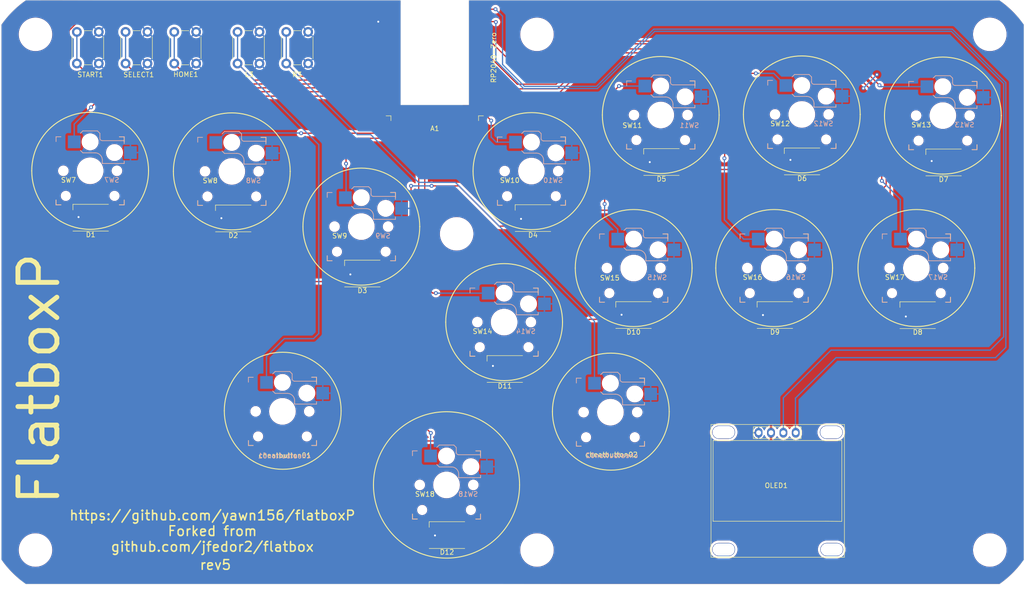
<source format=kicad_pcb>
(kicad_pcb (version 20221018) (generator pcbnew)
  (layers (0 "F.Cu" signal) (31 "B.Cu" signal) (34 "B.Paste" user) (35 "F.Paste" user) (36 "B.SilkS" user "B.Silkscreen") (37 "F.SilkS" user "F.Silkscreen") (38 "B.Mask" user) (39 "F.Mask" user) (44 "Edge.Cuts" user))
  (net 0 "")
  (net 1 "GND")
  (net 2 "LEFT")
  (net 3 "DOWN")
  (net 4 "RIGHT")
  (net 5 "UP")
  (net 6 "L1")
  (net 7 "R1")
  (net 8 "TRIANGLE")
  (net 9 "SQUARE")
  (net 10 "CIRCLE")
  (net 11 "CROSS")
  (net 12 "R2")
  (net 13 "L2")
  (net 14 "OPT1")
  (net 15 "OPT2")
  (net 16 "OPT3")
  (net 17 "OPT4")
  (net 18 "OPT5")
  (net 19 "SDA")
  (net 20 "SCL")
  (net 21 "VINPUT")
  (net 22 "5V")
  (net 23 "LED2")
  (net 24 "LED1")
  (net 25 "LED3")
  (net 26 "LED4")
  (net 27 "LED5")
  (net 28 "LED6")
  (net 29 "LED7")
  (net 30 "LED8")
  (net 31 "LED9")
  (net 32 "LED10")
  (net 33 "LED11")
  (net 34 "LED12")
  (footprint "kaihl reversible:Kailh_socket_PG1350_reversible" (layer "F.Cu") (at 87.32 65.17 180)
    (fp_text reference "SW8")
    (fp_text value "SW_Push")
  )
  (footprint "kaihl reversible:Kailh_socket_PG1350_reversible" (layer "F.Cu") (at 113.92 76.52 180)
    (fp_text reference "SW9")
    (fp_text value "SW_Push")
  )
  (footprint "kaihl reversible:Kailh_socket_PG1350_reversible" (layer "F.Cu") (at 131.42 129.62 180)
    (fp_text reference "SW18")
    (fp_text value "SW_Push")
  )
  (footprint "kaihl reversible:Kailh_socket_PG1350_reversible" (layer "F.Cu") (at 148.86 65.11 180)
    (fp_text reference "SW10")
    (fp_text value "SW_Push")
  )
  (footprint "kaihl reversible:Kailh_socket_PG1350_reversible" (layer "F.Cu") (at 175.42 53.58 180)
    (fp_text reference "SW11")
    (fp_text value "SW_Push")
  )
  (footprint "kaihl reversible:Kailh_socket_PG1350_reversible" (layer "F.Cu") (at 204.39 53.46 180)
    (fp_text reference "SW12")
    (fp_text value "SW_Push")
  )
  (footprint "kaihl reversible:Kailh_socket_PG1350_reversible" (layer "F.Cu") (at 233.36 53.7 180)
    (fp_text reference "SW13")
    (fp_text value "SW_Push")
  )
  (footprint "kaihl reversible:Kailh_socket_PG1350_reversible" (layer "F.Cu") (at 143.25 96.15 180)
    (fp_text reference "SW14")
    (fp_text value "SW_Push")
  )
  (footprint "kaihl reversible:Kailh_socket_PG1350_reversible" (layer "F.Cu") (at 169.86 85.04 180)
    (fp_text reference "SW15")
    (fp_text value "SW_Push")
  )
  (footprint "kaihl reversible:Kailh_socket_PG1350_reversible" (layer "F.Cu") (at 198.71 85.04 180)
    (fp_text reference "SW16")
    (fp_text value "SW_Push")
  )
  (footprint "kaihl reversible:Kailh_socket_PG1350_reversible" (layer "F.Cu") (at 227.92 85.04 180)
    (fp_text reference "SW17")
    (fp_text value "SW_Push")
  )
  (footprint "MountingHole:MountingHole_6.4mm_M6" (layer "F.Cu") (at 47 37)
    (fp_text reference "H1" hide)
    (fp_text value "MountingHole")
  )
  (footprint "MountingHole:MountingHole_6.4mm_M6" (layer "F.Cu") (at 47 143)
    (fp_text reference "H4" hide)
    (fp_text value "MountingHole")
  )
  (footprint "MountingHole:MountingHole_6.4mm_M6" (layer "F.Cu") (at 243 143)
    (fp_text reference "H6" hide)
    (fp_text value "MountingHole")
  )
  (footprint "MountingHole:MountingHole_6.4mm_M6" (layer "F.Cu") (at 243 37)
    (fp_text reference "H3" hide)
    (fp_text value "MountingHole")
  )
  (footprint "kaihl reversible:Kailh_socket_PG1350_reversible" (layer "F.Cu") (at 58.225 65.05 180)
    (fp_text reference "SW7")
    (fp_text value "SW_Push")
  )
  (footprint "MountingHole:MountingHole_6.4mm_M6" (layer "F.Cu") (at 150 37)
    (fp_text reference "H2" hide)
    (fp_text value "MountingHole")
  )
  (footprint "Button_Switch_THT:SW_PUSH_6mm_H5mm" (layer "F.Cu") (at 88.5 43 90)
    (fp_text reference "L3")
    (fp_text value "SW_Push")
  )
  (footprint "Button_Switch_THT:SW_PUSH_6mm_H5mm" (layer "F.Cu") (at 65.5 43 90)
    (fp_text reference "SELECT1")
    (fp_text value "SW_Push")
  )
  (footprint "Button_Switch_THT:SW_PUSH_6mm_H5mm" (layer "F.Cu") (at 98.5 43 90)
    (fp_text reference "R3")
    (fp_text value "SW_Push")
  )
  (footprint "Button_Switch_THT:SW_PUSH_6mm_H5mm" (layer "F.Cu") (at 55.5 43 90)
    (fp_text reference "START1")
    (fp_text value "SW_Push")
  )
  (footprint "Button_Switch_THT:SW_PUSH_6mm_H5mm" (layer "F.Cu") (at 75.5 43 90)
    (fp_text reference "HOME1")
    (fp_text value "SW_Push")
  )
  (footprint "MountingHole:MountingHole_6.4mm_M6" (layer "F.Cu") (at 133.5 78)
    (fp_text reference "H7" hide)
    (fp_text value "MountingHole")
  )
  (footprint "MountingHole:MountingHole_6.4mm_M6" (layer "F.Cu") (at 150 143)
    (fp_text reference "H5" hide)
    (fp_text value "MountingHole")
  )
  (footprint "LED_SMD:LED_WS2812B_PLCC4_5.0x5.0mm_P3.2mm" (layer "F.Cu") (at 175.56 63.24 180)
    (fp_text reference "D5")
    (fp_text value "WS2812B")
  )
  (footprint "kaihl reversible:Kailh_socket_PG1350_reversible" (layer "F.Cu") (at 97.72 114.5 180)
    (fp_text reference "cheatbutton01")
    (fp_text value "SW_Push")
  )
  (footprint "LED_SMD:LED_WS2812B_PLCC4_5.0x5.0mm_P3.2mm" (layer "F.Cu") (at 169.83 94.7 180)
    (fp_text reference "D10")
    (fp_text value "WS2812B" hide)
  )
  (footprint "LED_SMD:LED_WS2812B_PLCC4_5.0x5.0mm_P3.2mm" (layer "F.Cu") (at 198.86 94.7 180)
    (fp_text reference "D9")
    (fp_text value "WS2812B")
  )
  (footprint "LED_SMD:LED_WS2812B_PLCC4_5.0x5.0mm_P3.2mm" (layer "F.Cu") (at 143.39 105.79 180)
    (fp_text reference "D11")
    (fp_text value "WS2812B")
  )
  (footprint "RP2040-Zero:RP2040-Zero" (layer "F.Cu") (at 129 42)
    (fp_text reference "A1")
    (fp_text value "RP2040-Zero")
  )
  (footprint "LED_SMD:LED_WS2812B_PLCC4_5.0x5.0mm_P3.2mm" (layer "F.Cu") (at 204.44 63.12 180)
    (fp_text reference "D6")
    (fp_text value "WS2812B")
  )
  (footprint "kaihl reversible:Kailh_socket_PG1350_reversible" (layer "F.Cu") (at 165.08 114.67 180)
    (fp_text reference "cheatbutton02")
    (fp_text value "SW_Push")
  )
  (footprint "LED_SMD:LED_WS2812B_PLCC4_5.0x5.0mm_P3.2mm" (layer "F.Cu") (at 233.51 63.33 180)
    (fp_text reference "D7")
    (fp_text value "WS2812B")
  )
  (footprint "LED_SMD:LED_WS2812B_PLCC4_5.0x5.0mm_P3.2mm" (layer "F.Cu") (at 131.51 139.93 180)
    (fp_text reference "D12")
    (fp_text value "WS2812B")
  )
  (footprint "LED_SMD:LED_WS2812B_PLCC4_5.0x5.0mm_P3.2mm" (layer "F.Cu") (at 228.19 94.73 180)
    (fp_text reference "D8")
    (fp_text value "WS2812B")
  )
  (footprint "LED_SMD:LED_WS2812B_PLCC4_5.0x5.0mm_P3.2mm" (layer "F.Cu") (at 114.13 86.17 180)
    (fp_text reference "D3")
    (fp_text value "WS2812B")
  )
  (footprint "LED_SMD:LED_WS2812B_PLCC4_5.0x5.0mm_P3.2mm" (layer "F.Cu") (at 58.34 74.69 180)
    (fp_text reference "D1")
    (fp_text value "WS2812B" hide)
  )
  (footprint "LED_SMD:LED_WS2812B_PLCC4_5.0x5.0mm_P3.2mm" (layer "F.Cu") (at 87.62 74.84 180)
    (fp_text reference "D2")
    (fp_text value "WS2812B")
  )
  (footprint "SSD1306:128x64OLED" (layer "F.Cu") (at 199.14 129.49)
    (fp_text reference "OLED1")
    (fp_text value "SSD1306")
  )
  (footprint "LED_SMD:LED_WS2812B_PLCC4_5.0x5.0mm_P3.2mm" (layer "F.Cu") (at 149.17 74.77 180)
    (fp_text reference "D4")
    (fp_text value "WS2812B" hide)
  )
  (gr_line (start 216.382567 53.463258) (end 216.382567 53.463258) (stroke (width 0.2)) (layer "F.SilkS"))
  (gr_line (start 245.355098 53.699766) (end 245.355098 53.699766) (stroke (width 0.2)) (layer "F.SilkS"))
  (gr_curve (pts (xy 75.320345 65.17053) (xy 75.320345 60.873617) (xy 77.606529 56.903105) (xy 81.317714 54.754648)) (stroke (width 0.2)) (layer "F.SilkS"))
  (gr_curve (pts (xy 103.77 103.96) (xy 107.481185 106.108455) (xy 109.767369 110.078967) (xy 109.767369 114.37588)) (stroke (width 0.2)) (layer "F.SilkS"))
  (gr_curve (pts (xy 91.775262 124.791762) (xy 88.064078 122.643306) (xy 85.777893 118.672794) (xy 85.777893 114.37588)) (stroke (width 0.2)) (layer "F.SilkS"))
  (gr_curve (pts (xy 93.312452 54.754648) (xy 97.023636 56.903105) (xy 99.309821 60.873617) (xy 99.309821 65.17053)) (stroke (width 0.2)) (layer "F.SilkS"))
  (gr_curve (pts (xy 181.412661 63.9974) (xy 177.701476 66.145857) (xy 173.129108 66.145857) (xy 169.417923 63.9974)) (stroke (width 0.2)) (layer "F.SilkS"))
  (gr_curve (pts (xy 233.918028 74.621539) (xy 237.629213 76.769996) (xy 239.915397 80.740507) (xy 239.915397 85.037421)) (stroke (width 0.2)) (layer "F.SilkS"))
  (gr_line (start 187.41003 53.581518) (end 187.41003 53.581518) (stroke (width 0.2)) (layer "F.SilkS"))
  (gr_curve (pts (xy 233.918028 95.453303) (xy 230.206843 97.601759) (xy 225.634475 97.601759) (xy 221.92329 95.453303)) (stroke (width 0.2)) (layer "F.SilkS"))
  (gr_curve (pts (xy 123.913745 142.649412) (xy 119.271238 139.9618) (xy 116.411337 134.994889) (xy 116.411337 129.619665)) (stroke (width 0.2)) (layer "F.SilkS"))
  (gr_curve (pts (xy 204.70893 95.453303) (xy 200.997745 97.601759) (xy 196.425377 97.601759) (xy 192.714192 95.453303)) (stroke (width 0.2)) (layer "F.SilkS"))
  (gr_curve (pts (xy 192.714192 74.621539) (xy 196.425377 72.473082) (xy 200.997745 72.473082) (xy 204.70893 74.621539)) (stroke (width 0.2)) (layer "F.SilkS"))
  (gr_curve (pts (xy 239.915397 85.037421) (xy 239.915397 89.334334) (xy 237.629213 93.304846) (xy 233.918028 95.453303)) (stroke (width 0.2)) (layer "F.SilkS"))
  (gr_curve (pts (xy 142.865684 75.530868) (xy 139.154499 73.382411) (xy 136.868315 69.4119) (xy 136.868315 65.114986)) (stroke (width 0.2)) (layer "F.SilkS"))
  (gr_curve (pts (xy 210.706299 85.037421) (xy 210.706299 89.334334) (xy 208.420115 93.304846) (xy 204.70893 95.453303)) (stroke (width 0.2)) (layer "F.SilkS"))
  (gr_curve (pts (xy 153.167893 114.554118) (xy 153.167893 110.257205) (xy 155.454078 106.286693) (xy 159.165262 104.138238)) (stroke (width 0.2)) (layer "F.SilkS"))
  (gr_curve (pts (xy 109.767369 114.37588) (xy 109.767369 118.672794) (xy 107.481185 122.643306) (xy 103.77 124.791762)) (stroke (width 0.2)) (layer "F.SilkS"))
  (gr_curve (pts (xy 85.777893 114.37588) (xy 85.777893 110.078967) (xy 88.064078 106.108455) (xy 91.775262 103.96)) (stroke (width 0.2)) (layer "F.SilkS"))
  (gr_curve (pts (xy 210.385198 43.047376) (xy 214.096383 45.195832) (xy 216.382567 49.166344) (xy 216.382567 53.463258)) (stroke (width 0.2)) (layer "F.SilkS"))
  (gr_line (start 181.852021 85.037421) (end 181.852021 85.037421) (stroke (width 0.2)) (layer "F.SilkS"))
  (gr_curve (pts (xy 221.92329 95.453303) (xy 218.212105 93.304846) (xy 215.925921 89.334334) (xy 215.925921 85.037421)) (stroke (width 0.2)) (layer "F.SilkS"))
  (gr_curve (pts (xy 93.312452 75.586412) (xy 89.601267 77.734869) (xy 85.028899 77.734869) (xy 81.317714 75.586412)) (stroke (width 0.2)) (layer "F.SilkS"))
  (gr_curve (pts (xy 175.854652 95.453303) (xy 172.143467 97.601759) (xy 167.571099 97.601759) (xy 163.859914 95.453303)) (stroke (width 0.2)) (layer "F.SilkS"))
  (gr_line (start 239.915397 85.037421) (end 239.915397 85.037421) (stroke (width 0.2)) (layer "F.SilkS"))
  (gr_curve (pts (xy 186.716823 85.037421) (xy 186.716823 80.740507) (xy 189.003008 76.769996) (xy 192.714192 74.621539)) (stroke (width 0.2)) (layer "F.SilkS"))
  (gr_curve (pts (xy 138.918561 142.649412) (xy 134.276055 145.337024) (xy 128.556251 145.337024) (xy 123.913745 142.649412)) (stroke (width 0.2)) (layer "F.SilkS"))
  (gr_curve (pts (xy 169.417923 43.165636) (xy 173.129108 41.01718) (xy 177.701476 41.01718) (xy 181.412661 43.165636)) (stroke (width 0.2)) (layer "F.SilkS"))
  (gr_curve (pts (xy 64.221646 54.636398) (xy 67.932831 56.784855) (xy 70.219015 60.755367) (xy 70.219015 65.05228)) (stroke (width 0.2)) (layer "F.SilkS"))
  (gr_curve (pts (xy 91.775262 103.96) (xy 95.486447 101.811542) (xy 100.058815 101.811542) (xy 103.77 103.96)) (stroke (width 0.2)) (layer "F.SilkS"))
  (gr_curve (pts (xy 245.355098 53.699766) (xy 245.355097 60.342218) (xy 239.98487 65.72699) (xy 233.36036 65.72699)) (stroke (width 0.2)) (layer "F.SilkS"))
  (gr_curve (pts (xy 160.857791 65.114986) (xy 160.857791 69.4119) (xy 158.571607 73.382411) (xy 154.860422 75.530868)) (stroke (width 0.2)) (layer "F.SilkS"))
  (gr_curve (pts (xy 52.226909 54.636398) (xy 55.938093 52.487941) (xy 60.510462 52.487941) (xy 64.221646 54.636398)) (stroke (width 0.2)) (layer "F.SilkS"))
  (gr_curve (pts (xy 131.255108 96.153426) (xy 131.255108 91.856513) (xy 133.541293 87.886001) (xy 137.252477 85.737546)) (stroke (width 0.2)) (layer "F.SilkS"))
  (gr_curve (pts (xy 192.393091 53.463258) (xy 192.393091 49.166344) (xy 194.679275 45.195832) (xy 198.39046 43.047376)) (stroke (width 0.2)) (layer "F.SilkS"))
  (gr_curve (pts (xy 159.165262 104.138238) (xy 162.876447 101.98978) (xy 167.448815 101.98978) (xy 171.16 104.138238)) (stroke (width 0.2)) (layer "F.SilkS"))
  (gr_curve (pts (xy 119.919904 86.938924) (xy 116.208719 89.08738) (xy 111.636351 89.08738) (xy 107.925166 86.938924)) (stroke (width 0.2)) (layer "F.SilkS"))
  (gr_curve (pts (xy 101.927798 76.523042) (xy 101.927798 72.226128) (xy 104.213982 68.255617) (xy 107.925166 66.10716)) (stroke (width 0.2)) (layer "F.SilkS"))
  (gr_curve (pts (xy 137.252477 85.737546) (xy 140.963662 83.589088) (xy 145.53603 83.589088) (xy 149.247215 85.737546)) (stroke (width 0.2)) (layer "F.SilkS"))
  (gr_curve (pts (xy 154.860422 54.699104) (xy 158.571607 56.847561) (xy 160.857791 60.818073) (xy 160.857791 65.114986)) (stroke (width 0.2)) (layer "F.SilkS"))
  (gr_curve (pts (xy 221.92329 74.621539) (xy 225.634475 72.473082) (xy 230.206843 72.473082) (xy 233.918028 74.621539)) (stroke (width 0.2)) (layer "F.SilkS"))
  (gr_curve (pts (xy 103.77 124.791762) (xy 100.058815 126.940219) (xy 95.486447 126.940219) (xy 91.775262 124.791762)) (stroke (width 0.2)) (layer "F.SilkS"))
  (gr_line (start 155.244584 96.153426) (end 155.244584 96.153426) (stroke (width 0.2)) (layer "F.SilkS"))
  (gr_curve (pts (xy 181.852021 85.037421) (xy 181.852021 89.334334) (xy 179.565837 93.304846) (xy 175.854652 95.453303)) (stroke (width 0.2)) (layer "F.SilkS"))
  (gr_curve (pts (xy 138.918561 116.589918) (xy 143.561067 119.277529) (xy 146.420969 124.244441) (xy 146.420969 129.619665)) (stroke (width 0.2)) (layer "F.SilkS"))
  (gr_curve (pts (xy 64.221646 75.468162) (xy 60.510462 77.616619) (xy 55.938093 77.616619) (xy 52.226909 75.468162)) (stroke (width 0.2)) (layer "F.SilkS"))
  (gr_curve (pts (xy 227.362991 43.283884) (xy 231.074176 41.135427) (xy 235.646544 41.135427) (xy 239.357729 43.283884)) (stroke (width 0.2)) (layer "F.SilkS"))
  (gr_curve (pts (xy 169.417923 63.9974) (xy 165.706739 61.848943) (xy 163.420555 57.878432) (xy 163.420555 53.581518)) (stroke (width 0.2)) (layer "F.SilkS"))
  (gr_curve (pts (xy 116.411337 129.619665) (xy 116.411337 124.244441) (xy 119.271238 119.277529) (xy 123.913745 116.589918)) (stroke (width 0.2)) (layer "F.SilkS"))
  (gr_line (start 160.857791 65.114986) (end 160.857791 65.114986) (stroke (width 0.2)) (layer "F.SilkS"))
  (gr_curve (pts (xy 149.247215 85.737546) (xy 152.9584 87.886001) (xy 155.244584 91.856513) (xy 155.244584 96.153426)) (stroke (width 0.2)) (layer "F.SilkS"))
  (gr_curve (pts (xy 215.925921 85.037421) (xy 215.925921 80.740507) (xy 218.212105 76.769996) (xy 221.92329 74.621539)) (stroke (width 0.2)) (layer "F.SilkS"))
  (gr_curve (pts (xy 163.859914 95.453303) (xy 160.148729 93.304846) (xy 157.862545 89.334334) (xy 157.862545 85.037421)) (stroke (width 0.2)) (layer "F.SilkS"))
  (gr_curve (pts (xy 181.412661 43.165636) (xy 185.123846 45.314093) (xy 187.41003 49.284605) (xy 187.41003 53.581518)) (stroke (width 0.2)) (layer "F.SilkS"))
  (gr_curve (pts (xy 163.859914 74.621539) (xy 167.571099 72.473082) (xy 172.143467 72.473082) (xy 175.854652 74.621539)) (stroke (width 0.2)) (layer "F.SilkS"))
  (gr_curve (pts (xy 239.357729 43.283884) (xy 243.068914 45.432341) (xy 245.355098 49.402853) (xy 245.355098 53.699766)) (stroke (width 0.2)) (layer "F.SilkS"))
  (gr_curve (pts (xy 70.219015 65.05228) (xy 70.219015 69.349193) (xy 67.932831 73.319705) (xy 64.221646 75.468162)) (stroke (width 0.2)) (layer "F.SilkS"))
  (gr_curve (pts (xy 163.420555 53.581518) (xy 163.420555 49.284605) (xy 165.706739 45.314093) (xy 169.417923 43.165636)) (stroke (width 0.2)) (layer "F.SilkS"))
  (gr_line (start 70.219015 65.05228) (end 70.219015 65.05228) (stroke (width 0.2)) (layer "F.SilkS"))
  (gr_curve (pts (xy 107.925166 66.10716) (xy 111.636351 63.958703) (xy 116.208719 63.958703) (xy 119.919904 66.10716)) (stroke (width 0.2)) (layer "F.SilkS"))
  (gr_curve (pts (xy 146.420969 129.619665) (xy 146.420969 134.994889) (xy 143.561067 139.9618) (xy 138.918561 142.649412)) (stroke (width 0.2)) (layer "F.SilkS"))
  (gr_curve (pts (xy 157.862545 85.037421) (xy 157.862545 80.740507) (xy 160.148729 76.769996) (xy 163.859914 74.621539)) (stroke (width 0.2)) (layer "F.SilkS"))
  (gr_curve (pts (xy 119.919904 66.10716) (xy 123.631089 68.255617) (xy 125.917273 72.226128) (xy 125.917273 76.523042)) (stroke (width 0.2)) (layer "F.SilkS"))
  (gr_curve (pts (xy 123.913745 116.589918) (xy 128.556251 113.902306) (xy 134.276055 113.902306) (xy 138.918561 116.589918)) (stroke (width 0.2)) (layer "F.SilkS"))
  (gr_curve (pts (xy 171.16 124.97) (xy 167.448815 127.118457) (xy 162.876447 127.118457) (xy 159.165262 124.97)) (stroke (width 0.2)) (layer "F.SilkS"))
  (gr_curve (pts (xy 107.925166 86.938924) (xy 104.213982 84.790467) (xy 101.927798 80.819955) (xy 101.927798 76.523042)) (stroke (width 0.2)) (layer "F.SilkS"))
  (gr_curve (pts (xy 210.385198 63.879139) (xy 206.674013 66.027596) (xy 202.101645 66.027596) (xy 198.39046 63.879139)) (stroke (width 0.2)) (layer "F.SilkS"))
  (gr_curve (pts (xy 221.365622 53.699766) (xy 221.365622 49.402853) (xy 223.651806 45.432341) (xy 227.362991 43.283884)) (stroke (width 0.2)) (layer "F.SilkS"))
  (gr_curve (pts (xy 81.317714 75.586412) (xy 77.606529 73.437955) (xy 75.320345 69.467444) (xy 75.320345 65.17053)) (stroke (width 0.2)) (layer "F.SilkS"))
  (gr_curve (pts (xy 187.41003 53.581518) (xy 187.41003 57.878432) (xy 185.123846 61.848943) (xy 181.412661 63.9974)) (stroke (width 0.2)) (layer "F.SilkS"))
  (gr_curve (pts (xy 198.39046 63.879139) (xy 194.679275 61.730683) (xy 192.393091 57.760171) (xy 192.393091 53.463258)) (stroke (width 0.2)) (layer "F.SilkS"))
  (gr_curve (pts (xy 137.252477 106.569308) (xy 133.541293 104.420852) (xy 131.255108 100.45034) (xy 131.255108 96.153426)) (stroke (width 0.2)) (layer "F.SilkS"))
  (gr_curve (pts (xy 81.317714 54.754648) (xy 85.028899 52.606192) (xy 89.601267 52.606192) (xy 93.312452 54.754648)) (stroke (width 0.2)) (layer "F.SilkS"))
  (gr_curve (pts (xy 136.868315 65.114986) (xy 136.868315 60.818073) (xy 139.154499 56.847561) (xy 142.865684 54.699104)) (stroke (width 0.2)) (layer "F.SilkS"))
  (gr_line (start 125.917273 76.523042) (end 125.917273 76.523042) (stroke (width 0.2)) (layer "F.SilkS"))
  (gr_line (start 99.309821 65.17053) (end 99.309821 65.17053) (stroke (width 0.2)) (layer "F.SilkS"))
  (gr_curve (pts (xy 149.247215 106.569308) (xy 145.53603 108.717765) (xy 140.963662 108.717765) (xy 137.252477 106.569308)) (stroke (width 0.2)) (layer "F.SilkS"))
  (gr_curve (pts (xy 155.244584 96.153426) (xy 155.244584 100.45034) (xy 152.9584 104.420852) (xy 149.247215 106.569308)) (stroke (width 0.2)) (layer "F.SilkS"))
  (gr_curve (pts (xy 99.309821 65.17053) (xy 99.309821 69.467444) (xy 97.023636 73.437955) (xy 93.312452 75.586412)) (stroke (width 0.2)) (layer "F.SilkS"))
  (gr_curve (pts (xy 192.714192 95.453303) (xy 189.003008 93.304846) (xy 186.716823 89.334334) (xy 186.716823 85.037421)) (stroke (width 0.2)) (layer "F.SilkS"))
  (gr_curve (pts (xy 175.854652 74.621539) (xy 179.565837 76.769996) (xy 181.852021 80.740507) (xy 181.852021 85.037421)) (stroke (width 0.2)) (layer "F.SilkS"))
  (gr_curve (pts (xy 177.157369 114.554118) (xy 177.157369 118.851032) (xy 174.871185 122.821544) (xy 171.16 124.97)) (stroke (width 0.2)) (layer "F.SilkS"))
  (gr_curve (pts (xy 52.226909 75.468162) (xy 48.515724 73.319705) (xy 46.22954 69.349193) (xy 46.22954 65.05228)) (stroke (width 0.2)) (layer "F.SilkS"))
  (gr_curve (pts (xy 46.22954 65.05228) (xy 46.22954 60.755367) (xy 48.515724 56.784855) (xy 52.226909 54.636398)) (stroke (width 0.2)) (layer "F.SilkS"))
  (gr_line (start 146.420969 129.619665) (end 146.420969 129.619665) (stroke (width 0.2)) (layer "F.SilkS"))
  (gr_curve (pts (xy 125.917273 76.523042) (xy 125.917273 80.819955) (xy 123.631089 84.790467) (xy 119.919904 86.938924)) (stroke (width 0.2)) (layer "F.SilkS"))
  (gr_curve (pts (xy 233.36036 65.72699) (xy 226.73585 65.72699) (xy 221.365623 60.342218) (xy 221.365622 53.699766)) (stroke (width 0.2)) (layer "F.SilkS"))
  (gr_curve (pts (xy 171.16 104.138238) (xy 174.871185 106.286693) (xy 177.157369 110.257205) (xy 177.157369 114.554118)) (stroke (width 0.2)) (layer "F.SilkS"))
  (gr_curve (pts (xy 154.860422 75.530868) (xy 151.149237 77.679325) (xy 146.576869 77.679325) (xy 142.865684 75.530868)) (stroke (width 0.2)) (layer "F.SilkS"))
  (gr_curve (pts (xy 204.70893 74.621539) (xy 208.420115 76.769996) (xy 210.706299 80.740507) (xy 210.706299 85.037421)) (stroke (width 0.2)) (layer "F.SilkS"))
  (gr_curve (pts (xy 198.39046 43.047376) (xy 202.101645 40.898919) (xy 206.674013 40.898919) (xy 210.385198 43.047376)) (stroke (width 0.2)) (layer "F.SilkS"))
  (gr_curve (pts (xy 216.382567 53.463258) (xy 216.382567 57.760171) (xy 214.096383 61.730683) (xy 210.385198 63.879139)) (stroke (width 0.2)) (layer "F.SilkS"))
  (gr_curve (pts (xy 142.865684 54.699104) (xy 146.576869 52.550648) (xy 151.149237 52.550648) (xy 154.860422 54.699104)) (stroke (width 0.2)) (layer "F.SilkS"))
  (gr_line (start 210.706299 85.037421) (end 210.706299 85.037421) (stroke (width 0.2)) (layer "F.SilkS"))
  (gr_curve (pts (xy 159.165262 124.97) (xy 155.454078 122.821544) (xy 153.167893 118.851032) (xy 153.167893 114.554118)) (stroke (width 0.2)) (layer "F.SilkS"))
  (gr_line (start 250 35) (end 250 145) (stroke (width 0.05)) (layer "Edge.Cuts"))
  (gr_line (start 245 150) (end 45 150) (stroke (width 0.05)) (layer "Edge.Cuts"))
  (gr_line (start 40 145) (end 40 35) (stroke (width 0.05)) (layer "Edge.Cuts"))
  (gr_line (start 45 30) (end 122 30) (stroke (width 0.05)) (layer "Edge.Cuts"))
  (gr_line (start 136 30) (end 245 30) (stroke (width 0.05)) (layer "Edge.Cuts"))
  (gr_line (start 122 30) (end 122 51.5) (stroke (width 0.05)) (layer "Edge.Cuts"))
  (gr_arc (start 40 35) (mid 42.281278 32.281278) (end 45 30) (stroke (width 0.05)) (layer "Edge.Cuts"))
  (gr_line (start 136 51.5) (end 136 30) (stroke (width 0.05)) (layer "Edge.Cuts"))
  (gr_arc (start 45 150) (mid 42.281278 147.718722) (end 40 145) (stroke (width 0.05)) (layer "Edge.Cuts"))
  (gr_arc (start 250 145) (mid 247.718722 147.718722) (end 245 150) (stroke (width 0.05)) (layer "Edge.Cuts"))
  (gr_arc (start 245 30) (mid 247.718722 32.281278) (end 250 35) (stroke (width 0.05)) (layer "Edge.Cuts"))
  (gr_line (start 122 51.5) (end 136 51.5) (stroke (width 0.05)) (layer "Edge.Cuts"))
  (gr_text "RP2040-Zero" (at 141.1 41.78 90) (layer "F.SilkS") (effects (font (size 1 1))))
  (gr_text "rev5" (at 83.96 146.06) (layer "F.SilkS") (effects (font (size 2 2) (thickness 0.3))))
  (gr_text "https://github.com/yawn156/flatboxP\nForked from\ngithub.com/jfedor2/flatbox" (at 83.33 139.11) (layer "F.SilkS") (effects (font (size 2 2) (thickness 0.3))))
  (gr_text "FlatboxP" (at 47.74 107.79 90) (layer "F.SilkS") (effects (font (size 8 8) (thickness 1))))
  (segment (start 146.72 74.93) (end 146.72 73.12) (width 0.381) (layer "F.Cu") (net 1))
  (segment (start 140.95 104.15) (end 140.94 104.14) (width 0.381) (layer "F.Cu") (net 1))
  (segment (start 231.06 63.04) (end 231.06 61.68) (width 0.381) (layer "F.Cu") (net 1))
  (segment (start 173.16 61.64) (end 173.11 61.59) (width 0.381) (layer "F.Cu") (net 1))
  (segment (start 140.95 105.16) (end 140.95 104.15) (width 0.381) (layer "F.Cu") (net 1))
  (segment (start 55.84 73.09) (end 55.89 73.04) (width 0.381) (layer "F.Cu") (net 1))
  (segment (start 196.41 94.7) (end 196.41 93.05) (width 0.381) (layer "F.Cu") (net 1))
  (segment (start 173.16 63.26) (end 173.16 61.64) (width 0.381) (layer "F.Cu") (net 1))
  (segment (start 225.74 94.99) (end 225.74 93.08) (width 0.381) (layer "F.Cu") (net 1))
  (segment (start 167.37 93.06) (end 167.38 93.05) (width 0.381) (layer "F.Cu") (net 1))
  (segment (start 117.42 34.38) (end 117.4 34.4) (width 0.381) (layer "F.Cu") (net 1))
  (segment (start 85.18 74.79) (end 85.18 73.2) (width 0.381) (layer "F.Cu") (net 1))
  (segment (start 129.05 140.01) (end 129.05 138.29) (width 0.381) (layer "F.Cu") (net 1))
  (segment (start 111.67 84.53) (end 111.68 84.52) (width 0.381) (layer "F.Cu") (net 1))
  (segment (start 202.05 61.53) (end 201.99 61.47) (width 0.381) (layer "F.Cu") (net 1))
  (segment (start 55.84 74.56) (end 55.84 73.09) (width 0.381) (layer "F.Cu") (net 1))
  (segment (start 129.05 138.29) (end 129.06 138.28) (width 0.381) (layer "F.Cu") (net 1))
  (segment (start 167.37 94.64) (end 167.37 93.06) (width 0.381) (layer "F.Cu") (net 1))
  (segment (start 202.05 62.81) (end 202.05 61.53) (width 0.381) (layer "F.Cu") (net 1))
  (segment (start 85.18 73.2) (end 85.17 73.19) (width 0.381) (layer "F.Cu") (net 1))
  (segment (start 111.67 86.35) (end 111.67 84.53) (width 0.381) (layer "F.Cu") (net 1))
  (segment (start 225.75 95) (end 225.74 94.99) (width 0.381) (layer "F.Cu") (net 1))
  (segment (start 119.84 34.38) (end 117.42 34.38) (width 0.381) (layer "F.Cu") (net 1))
  (via (at 129.05 140.01) (size 0.8) (drill 0.4) (layers "F.Cu" "B.Cu") (net 1))
  (via (at 140.95 105.16) (size 0.8) (drill 0.4) (layers "F.Cu" "B.Cu") (net 1))
  (via (at 111.67 86.35) (size 0.8) (drill 0.4) (layers "F.Cu" "B.Cu") (net 1))
  (via (at 196.41 94.7) (size 0.8) (drill 0.4) (layers "F.Cu" "B.Cu") (net 1))
  (via (at 117.4 34.4) (size 0.8) (drill 0.4) (layers "F.Cu" "B.Cu") (net 1))
  (via (at 146.72 74.93) (size 0.8) (drill 0.4) (layers "F.Cu" "B.Cu") (net 1))
  (via (at 173.16 63.26) (size 0.8) (drill 0.4) (layers "F.Cu" "B.Cu") (net 1))
  (via (at 202.05 62.81) (size 0.8) (drill 0.4) (layers "F.Cu" "B.Cu") (net 1))
  (via (at 167.37 94.64) (size 0.8) (drill 0.4) (layers "F.Cu" "B.Cu") (net 1))
  (via (at 231.06 63.04) (size 0.8) (drill 0.4) (layers "F.Cu" "B.Cu") (net 1))
  (via (at 85.18 74.79) (size 0.8) (drill 0.4) (layers "F.Cu" "B.Cu") (net 1))
  (via (at 55.84 74.56) (size 0.8) (drill 0.4) (layers "F.Cu" "B.Cu") (net 1))
  (via (at 225.75 95) (size 0.8) (drill 0.4) (layers "F.Cu" "B.Cu") (net 1))
  (segment (start 236.29 81.385) (end 236.195 81.29) (width 0.381) (layer "B.Cu") (net 1))
  (segment (start 122.13 72.835) (end 122.195 72.77) (width 0.381) (layer "B.Cu") (net 1))
  (segment (start 231.06 63.04) (end 231.14 63.12) (width 0.381) (layer "B.Cu") (net 1))
  (segment (start 202.05 62.81) (end 202.07 62.83) (width 0.381) (layer "B.Cu") (net 1))
  (segment (start 196.41 94.7) (end 196.53 94.82) (width 0.381) (layer "B.Cu") (net 1))
  (segment (start 139.72 125.895) (end 139.695 125.87) (width 0.381) (layer "B.Cu") (net 1))
  (segment (start 120.8 56.1) (end 122.4 56.1) (width 0.254) (layer "F.Cu") (net 2))
  (segment (start 123.92 54.58) (end 123.92 53.7) (width 0.254) (layer "F.Cu") (net 2))
  (segment (start 122.4 56.1) (end 123.92 54.58) (width 0.254) (layer "F.Cu") (net 2))
  (segment (start 60.71 49.7) (end 114.4 49.7) (width 0.254) (layer "F.Cu") (net 2))
  (segment (start 58.42 51.99) (end 60.71 49.7) (width 0.254) (layer "F.Cu") (net 2))
  (segment (start 114.4 49.7) (end 120.8 56.1) (width 0.254) (layer "F.Cu") (net 2))
  (via (at 58.42 51.99) (size 0.8) (drill 0.4) (layers "F.Cu" "B.Cu") (net 2))
  (segment (start 54.95 55.46) (end 58.42 51.99) (width 0.254) (layer "B.Cu") (net 2))
  (segment (start 54.95 59.1) (end 54.95 55.46) (width 0.254) (layer "B.Cu") (net 2))
  (segment (start 101.55 57.32) (end 122.84 57.32) (width 0.254) (layer "F.Cu") (net 3))
  (segment (start 122.84 57.32) (end 126.46 53.7) (width 0.254) (layer "F.Cu") (net 3))
  (via (at 101.55 57.32) (size 0.8) (drill 0.4) (layers "F.Cu" "B.Cu") (net 3))
  (segment (start 84.045 59.22) (end 85.985 57.28) (width 0.254) (layer "B.Cu") (net 3))
  (segment (start 85.985 57.28) (end 101.51 57.28) (width 0.254) (layer "B.Cu") (net 3))
  (segment (start 101.51 57.28) (end 101.55 57.32) (width 0.254) (layer "B.Cu") (net 3))
  (segment (start 110.78 60.83) (end 113.25 58.36) (width 0.254) (layer "F.Cu") (net 4))
  (segment (start 110.78 63.58) (end 110.78 60.83) (width 0.254) (layer "F.Cu") (net 4))
  (segment (start 113.25 58.36) (end 124.34 58.36) (width 0.254) (layer "F.Cu") (net 4))
  (segment (start 124.34 58.36) (end 129 53.7) (width 0.254) (layer "F.Cu") (net 4))
  (via (at 110.78 63.58) (size 0.8) (drill 0.4) (layers "F.Cu" "B.Cu") (net 4))
  (segment (start 110.79 70.425) (end 110.79 63.59) (width 0.254) (layer "B.Cu") (net 4))
  (segment (start 110.79 63.59) (end 110.78 63.58) (width 0.254) (layer "B.Cu") (net 4))
  (segment (start 110.645 70.57) (end 110.79 70.425) (width 0.254) (layer "B.Cu") (net 4))
  (segment (start 128.19 118.94) (end 125.71 116.46) (width 0.254) (layer "F.Cu") (net 5))
  (segment (start 125.71 116.46) (end 125.71 60.19) (width 0.254) (layer "F.Cu") (net 5))
  (segment (start 131.54 54.36) (end 131.54 53.7) (width 0.254) (layer "F.Cu") (net 5))
  (segment (start 125.71 60.19) (end 131.54 54.36) (width 0.254) (layer "F.Cu") (net 5))
  (via (at 128.19 118.94) (size 0.8) (drill 0.4) (layers "F.Cu" "B.Cu") (net 5))
  (segment (start 128.19 118.94) (end 128.145 118.985) (width 0.254) (layer "B.Cu") (net 5))
  (segment (start 128.145 118.985) (end 128.145 123.67) (width 0.254) (layer "B.Cu") (net 5))
  (segment (start 148.6 46.6) (end 138.92 36.92) (width 0.254) (layer "F.Cu") (net 6))
  (segment (start 138.92 36.92) (end 138.16 36.92) (width 0.254) (layer "F.Cu") (net 6))
  (segment (start 211.27 38.4) (end 161.575 38.4) (width 0.254) (layer "F.Cu") (net 6))
  (segment (start 161.575 38.4) (end 153.375 46.6) (width 0.254) (layer "F.Cu") (net 6))
  (segment (start 220.33 47.46) (end 211.27 38.4) (width 0.254) (layer "F.Cu") (net 6))
  (segment (start 153.375 46.6) (end 148.6 46.6) (width 0.254) (layer "F.Cu") (net 6))
  (via (at 220.33 47.46) (size 0.8) (drill 0.4) (layers "F.Cu" "B.Cu") (net 6))
  (segment (start 220.62 47.75) (end 230.085 47.75) (width 0.254) (layer "B.Cu") (net 6))
  (segment (start 220.33 47.46) (end 220.62 47.75) (width 0.254) (layer "B.Cu") (net 6))
  (segment (start 162.4 40) (end 154.2 48.2) (width 0.254) (layer "F.Cu") (net 7))
  (segment (start 184.25 40) (end 162.4 40) (width 0.254) (layer "F.Cu") (net 7))
  (segment (start 189.27 45.02) (end 184.25 40) (width 0.254) (layer "F.Cu") (net 7))
  (segment (start 145.2 48.2) (end 139 42) (width 0.254) (layer "F.Cu") (net 7))
  (segment (start 194.95 45.02) (end 189.27 45.02) (width 0.254) (layer "F.Cu") (net 7))
  (segment (start 154.2 48.2) (end 145.2 48.2) (width 0.254) (layer "F.Cu") (net 7))
  (via (at 194.95 45.02) (size 0.8) (drill 0.4) (layers "F.Cu" "B.Cu") (net 7))
  (segment (start 194.95 45.02) (end 198.625 45.02) (width 0.254) (layer "B.Cu") (net 7))
  (segment (start 198.625 45.02) (end 201.115 47.51) (width 0.254) (layer "B.Cu") (net 7))
  (segment (start 139.08 47.08) (end 138.16 47.08) (width 0.254) (layer "F.Cu") (net 8))
  (segment (start 166.84 47.63) (end 162.87 51.6) (width 0.254) (layer "F.Cu") (net 8))
  (segment (start 162.87 51.6) (end 143.6 51.6) (width 0.254) (layer "F.Cu") (net 8))
  (segment (start 143.6 51.6) (end 139.08 47.08) (width 0.254) (layer "F.Cu") (net 8))
  (via (at 166.84 47.63) (size 0.8) (drill 0.4) (layers "F.Cu" "B.Cu") (net 8))
  (segment (start 166.84 47.63) (end 172.145 47.63) (width 0.254) (layer "B.Cu") (net 8))
  (segment (start 140.59 54.73) (end 138.67 52.81) (width 0.254) (layer "F.Cu") (net 9))
  (segment (start 138.67 52.81) (end 138.67 52.67) (width 0.254) (layer "F.Cu") (net 9))
  (segment (start 138.67 52.67) (end 138.16 52.16) (width 0.254) (layer "F.Cu") (net 9))
  (via (at 140.59 54.73) (size 0.8) (drill 0.4) (layers "F.Cu" "B.Cu") (net 9))
  (segment (start 140.59 54.73) (end 140.59 58.13) (width 0.254) (layer "B.Cu") (net 9))
  (segment (start 141.62 59.16) (end 145.585 59.16) (width 0.254) (layer "B.Cu") (net 9))
  (segment (start 140.59 58.13) (end 141.62 59.16) (width 0.254) (layer "B.Cu") (net 9))
  (segment (start 139.22 49.62) (end 138.16 49.62) (width 0.254) (layer "F.Cu") (net 10))
  (segment (start 163.89 71.87) (end 163.89 59.865) (width 0.254) (layer "F.Cu") (net 10))
  (segment (start 163.89 59.865) (end 156.525 52.5) (width 0.254) (layer "F.Cu") (net 10))
  (segment (start 142.1 52.5) (end 139.22 49.62) (width 0.254) (layer "F.Cu") (net 10))
  (segment (start 156.525 52.5) (end 142.1 52.5) (width 0.254) (layer "F.Cu") (net 10))
  (via (at 163.89 71.87) (size 0.8) (drill 0.4) (layers "F.Cu" "B.Cu") (net 10))
  (segment (start 163.89 74.38) (end 166.585 77.075) (width 0.254) (layer "B.Cu") (net 10))
  (segment (start 163.89 71.87) (end 163.89 74.38) (width 0.254) (layer "B.Cu") (net 10))
  (segment (start 166.585 77.075) (end 166.585 79.09) (width 0.254) (layer "B.Cu") (net 10))
  (segment (start 134.08 53.7) (end 134.08 54.42) (width 0.254) (layer "F.Cu") (net 11))
  (segment (start 128.57 90.19) (end 126.95 88.57) (width 0.254) (layer "F.Cu") (net 11))
  (segment (start 129.23 90.19) (end 128.57 90.19) (width 0.254) (layer "F.Cu") (net 11))
  (segment (start 126.95 88.57) (end 126.95 61.55) (width 0.254) (layer "F.Cu") (net 11))
  (segment (start 134.08 54.42) (end 126.95 61.55) (width 0.254) (layer "F.Cu") (net 11))
  (via (at 129.23 90.19) (size 0.8) (drill 0.4) (layers "F.Cu" "B.Cu") (net 11))
  (segment (start 139.975 90.2) (end 129.24 90.2) (width 0.254) (layer "B.Cu") (net 11))
  (segment (start 129.24 90.2) (end 129.23 90.19) (width 0.254) (layer "B.Cu") (net 11))
  (segment (start 143.5 49) (end 139.04 44.54) (width 0.254) (layer "F.Cu") (net 12))
  (segment (start 182.35 40.8) (end 162.8 40.8) (width 0.254) (layer "F.Cu") (net 12))
  (segment (start 188.49 62.47) (end 188.54 62.42) (width 0.254) (layer "F.Cu") (net 12))
  (segment (start 162.8 40.8) (end 154.6 49) (width 0.254) (layer "F.Cu") (net 12))
  (segment (start 188.54 62.42) (end 188.54 46.99) (width 0.254) (layer "F.Cu") (net 12))
  (segment (start 188.54 46.99) (end 182.35 40.8) (width 0.254) (layer "F.Cu") (net 12))
  (segment (start 139.04 44.54) (end 138.16 44.54) (width 0.254) (layer "F.Cu") (net 12))
  (segment (start 154.6 49) (end 143.5 49) (width 0.254) (layer "F.Cu") (net 12))
  (via (at 188.49 62.47) (size 0.8) (drill 0.4) (layers "F.Cu" "B.Cu") (net 12))
  (segment (start 188.49 62.47) (end 188.49 75.14) (width 0.254) (layer "B.Cu") (net 12))
  (segment (start 188.49 75.14) (end 192.44 79.09) (width 0.254) (layer "B.Cu") (net 12))
  (segment (start 192.44 79.09) (end 195.435 79.09) (width 0.254) (layer "B.Cu") (net 12))
  (segment (start 220.8 50.65) (end 209.09 38.94) (width 0.254) (layer "F.Cu") (net 13))
  (segment (start 209.09 38.94) (end 162.24 38.94) (width 0.254) (layer "F.Cu") (net 13))
  (segment (start 162.24 38.94) (end 153.93 47.25) (width 0.254) (layer "F.Cu") (net 13))
  (segment (start 153.93 47.25) (end 145.95 47.25) (width 0.254) (layer "F.Cu") (net 13))
  (segment (start 145.95 47.25) (end 138.16 39.46) (width 0.254) (layer "F.Cu") (net 13))
  (segment (start 220.8 67.08) (end 220.8 50.65) (width 0.254) (layer "F.Cu") (net 13))
  (segment (start 220.83 67.11) (end 220.8 67.08) (width 0.254) (layer "F.Cu") (net 13))
  (via (at 220.83 67.11) (size 0.8) (drill 0.4) (layers "F.Cu" "B.Cu") (net 13))
  (segment (start 224.62 79.065) (end 224.645 79.09) (width 0.254) (layer "B.Cu") (net 13))
  (segment (start 220.83 67.11) (end 224.62 70.9) (width 0.254) (layer "B.Cu") (net 13))
  (segment (start 224.62 70.9) (end 224.62 79.065) (width 0.254) (layer "B.Cu") (net 13))
  (segment (start 119.84 52.16) (end 119.06 52.16) (width 0.254) (layer "F.Cu") (net 14))
  (segment (start 115.7 48.8) (end 61.3 48.8) (width 0.254) (layer "F.Cu") (net 14))
  (segment (start 61.3 48.8) (end 55.5 43) (width 0.254) (layer "F.Cu") (net 14))
  (segment (start 119.06 52.16) (end 115.7 48.8) (width 0.254) (layer "F.Cu") (net 14))
  (segment (start 55.5 36.5) (end 55.5 43) (width 0.254) (layer "B.Cu") (net 14))
  (segment (start 70.5 48) (end 65.5 43) (width 0.254) (layer "F.Cu") (net 15))
  (segment (start 118.72 49.62) (end 117.1 48) (width 0.254) (layer "F.Cu") (net 15))
  (segment (start 119.84 49.62) (end 118.72 49.62) (width 0.254) (layer "F.Cu") (net 15))
  (segment (start 117.1 48) (end 70.5 48) (width 0.254) (layer "F.Cu") (net 15))
  (segment (start 65.5 36.5) (end 65.5 43) (width 0.254) (layer "B.Cu") (net 15))
  (segment (start 119.84 47.08) (end 119.72 47.2) (width 0.254) (layer "F.Cu") (net 16))
  (segment (start 79.7 47.2) (end 75.5 43) (width 0.254) (layer "F.Cu") (net 16))
  (segment (start 119.72 47.2) (end 79.7 47.2) (width 0.254) (layer "F.Cu") (net 16))
  (segment (start 75.5 36.5) (end 75.5 43) (width 0.254) (layer "B.Cu") (net 16))
  (segment (start 91.9 46.4) (end 88.5 43) (width 0.254) (layer "F.Cu") (net 17))
  (segment (start 117.05 46.4) (end 91.9 46.4) (width 0.254) (layer "F.Cu") (net 17))
  (segment (start 118.91 44.54) (end 117.05 46.4) (width 0.254) (layer "F.Cu") (net 17))
  (segment (start 119.84 44.54) (end 118.91 44.54) (width 0.254) (layer "F.Cu") (net 17))
  (segment (start 105.18 59.68) (end 88.5 43) (width 0.254) (layer "B.Cu") (net 17))
  (segment (start 94.445 108.55) (end 94.445 103.2) (width 0.254) (layer "B.Cu") (net 17))
  (segment (start 88.5 36.5) (end 88.5 43) (width 0.254) (layer "B.Cu") (net 17))
  (segment (start 94.445 103.2) (end 98.0875 99.5575) (width 0.254) (layer "B.Cu") (net 17))
  (segment (start 98.0875 99.5575) (end 104.1125 99.5575) (width 0.254) (layer "B.Cu") (net 17))
  (segment (start 105.18 98.49) (end 105.18 59.68) (width 0.254) (layer "B.Cu") (net 17))
  (segment (start 104.1125 99.5575) (end 105.18 98.49) (width 0.254) (layer "B.Cu") (net 17))
  (segment (start 119.84 42) (end 119.1 42) (width 0.254) (layer "F.Cu") (net 18))
  (segment (start 101.1 45.6) (end 98.5 43) (width 0.254) (layer "F.Cu") (net 18))
  (segment (start 119.1 42) (end 115.5 45.6) (width 0.254) (layer "F.Cu") (net 18))
  (segment (start 115.5 45.6) (end 101.1 45.6) (width 0.254) (layer "F.Cu") (net 18))
  (segment (start 113.105 57.605) (end 98.5 43) (width 0.254) (layer "B.Cu") (net 18))
  (segment (start 133.233 67.423) (end 125.653 67.423) (width 0.254) (layer "B.Cu") (net 18))
  (segment (start 115.835 57.605) (end 113.105 57.605) (width 0.254) (layer "B.Cu") (net 18))
  (segment (start 98.5 36.5) (end 98.5 43) (width 0.254) (layer "B.Cu") (net 18))
  (segment (start 125.653 67.423) (end 115.835 57.605) (width 0.254) (layer "B.Cu") (net 18))
  (segment (start 161.805 95.995) (end 133.233 67.423) (width 0.254) (layer "B.Cu") (net 18))
  (segment (start 161.805 108.72) (end 161.805 95.995) (width 0.254) (layer "B.Cu") (net 18))
  (segment (start 138.16 31.84) (end 141.46 31.84) (width 0.254) (layer "F.Cu") (net 19))
  (segment (start 141.46 31.84) (end 141.47 31.83) (width 0.254) (layer "F.Cu") (net 19))
  (via (at 141.47 31.83) (size 0.8) (drill 0.4) (layers "F.Cu" "B.Cu") (net 19))
  (segment (start 244.17 103.46) (end 211.41 103.46) (width 0.254) (layer "B.Cu") (net 19))
  (segment (start 203.08 111.79) (end 203.08 118.83) (width 0.254) (layer "B.Cu") (net 19))
  (segment (start 147.418052 47.686) (end 162.221948 47.686) (width 0.254) (layer "B.Cu") (net 19))
  (segment (start 162.221948 47.686) (end 173.977948 35.93) (width 0.254) (layer "B.Cu") (net 19))
  (segment (start 246.29 101.34) (end 244.17 103.46) (width 0.254) (layer "B.Cu") (net 19))
  (segment (start 142.92 43.187948) (end 147.418052 47.686) (width 0.254) (layer "B.Cu") (net 19))
  (segment (start 142.92 33.28) (end 142.92 43.187948) (width 0.254) (layer "B.Cu") (net 19))
  (segment (start 211.41 103.46) (end 203.08 111.79) (width 0.254) (layer "B.Cu") (net 19))
  (segment (start 203.08 118.83) (end 203.14 118.89) (width 0.254) (layer "B.Cu") (net 19))
  (segment (start 246.29 46.937948) (end 246.29 101.34) (width 0.254) (layer "B.Cu") (net 19))
  (segment (start 141.47 31.83) (end 142.92 33.28) (width 0.254) (layer "B.Cu") (net 19))
  (segment (start 173.977948 35.93) (end 235.282053 35.93) (width 0.254) (layer "B.Cu") (net 19))
  (segment (start 235.282053 35.93) (end 246.29 46.937948) (width 0.254) (layer "B.Cu") (net 19))
  (segment (start 138.16 34.38) (end 141.46 34.38) (width 0.254) (layer "F.Cu") (net 20))
  (segment (start 141.46 34.38) (end 141.55 34.47) (width 0.254) (layer "F.Cu") (net 20))
  (via (at 141.55 34.47) (size 0.8) (drill 0.4) (layers "F.Cu" "B.Cu") (net 20))
  (segment (start 210.39 101.92) (end 200.6 111.71) (width 0.254) (layer "B.Cu") (net 20))
  (segment (start 162.41 48.14) (end 174.166 36.384) (width 0.254) (layer "B.Cu") (net 20))
  (segment (start 245.836 99.176052) (end 243.092052 101.92) (width 0.254) (layer "B.Cu") (net 20))
  (segment (start 141.55 42.46) (end 147.23 48.14) (width 0.254) (layer "B.Cu") (net 20))
  (segment (start 245.836 47.126) (end 245.836 99.176052) (width 0.254) (layer "B.Cu") (net 20))
  (segment (start 147.23 48.14) (end 162.41 48.14) (width 0.254) (layer "B.Cu") (net 20))
  (segment (start 174.166 36.384) (end 235.094 36.384) (width 0.254) (layer "B.Cu") (net 20))
  (segment (start 200.6 111.71) (end 200.6 118.89) (width 0.254) (layer "B.Cu") (net 20))
  (segment (start 235.094 36.384) (end 245.836 47.126) (width 0.254) (layer "B.Cu") (net 20))
  (segment (start 141.55 34.47) (end 141.55 42.46) (width 0.254) (layer "B.Cu") (net 20))
  (segment (start 243.092052 101.92) (end 210.39 101.92) (width 0.254) (layer "B.Cu") (net 20))
  (segment (start 119.62 31.62) (end 119.84 31.84) (width 0.254) (layer "F.Cu") (net 22))
  (segment (start 151.93 76.11) (end 151.62 76.42) (width 0.254) (layer "F.Cu") (net 22))
  (via (at 217.01 48.1) (size 0.8) (drill 0.4) (layers "F.Cu" "B.Cu") (net 22))
  (via (at 219.82 45.28) (size 0.8) (drill 0.4) (layers "F.Cu" "B.Cu") (net 22))
  (segment (start 219.16 45.95) (end 217.01 48.1) (width 0.254) (layer "B.Cu") (net 22))
  (segment (start 219.82 45.28) (end 219.16 45.94) (width 0.254) (layer "B.Cu") (net 22))
  (segment (start 219.16 45.94) (end 219.16 45.95) (width 0.254) (layer "B.Cu") (net 22))
  (segment (start 60.79 73.04) (end 62.78 75.03) (width 0.254) (layer "F.Cu") (net 23))
  (segment (start 83.71 75.03) (end 85.17 76.49) (width 0.254) (layer "F.Cu") (net 23))
  (segment (start 62.78 75.03) (end 83.71 75.03) (width 0.254) (layer "F.Cu") (net 23))
  (segment (start 44.3 71.14) (end 44.3 54.96) (width 0.254) (layer "F.Cu") (net 24))
  (segment (start 53.9 45.36) (end 53.9 36.223338) (width 0.254) (layer "F.Cu") (net 24))
  (segment (start 55.89 76.34) (end 49.5 76.34) (width 0.254) (layer "F.Cu") (net 24))
  (segment (start 44.3 54.96) (end 53.9 45.36) (width 0.254) (layer "F.Cu") (net 24))
  (segment (start 53.9 36.223338) (end 57.113338 33.01) (width 0.254) (layer "F.Cu") (net 24))
  (segment (start 110.14 39.46) (end 119.84 39.46) (width 0.254) (layer "F.Cu") (net 24))
  (segment (start 49.5 76.34) (end 44.3 71.14) (width 0.254) (layer "F.Cu") (net 24))
  (segment (start 103.69 33.01) (end 110.14 39.46) (width 0.254) (layer "F.Cu") (net 24))
  (segment (start 57.113338 33.01) (end 103.69 33.01) (width 0.254) (layer "F.Cu") (net 24))
  (segment (start 90.07 73.19) (end 91.147 74.267) (width 0.254) (layer "F.Cu") (net 25))
  (segment (start 91.147 78.217) (end 100.75 87.82) (width 0.254) (layer "F.Cu") (net 25))
  (segment (start 91.147 74.267) (end 91.147 78.217) (width 0.254) (layer "F.Cu") (net 25))
  (segment (start 100.75 87.82) (end 111.68 87.82) (width 0.254) (layer "F.Cu") (net 25))
  (segment (start 128.35 68.15) (end 133.94 68.15) (width 0.254) (layer "F.Cu") (net 26))
  (segment (start 133.94 68.15) (end 142.21 76.42) (width 0.254) (layer "F.Cu") (net 26))
  (segment (start 123.36 84.52) (end 124.13 83.75) (width 0.254) (layer "F.Cu") (net 26))
  (segment (start 116.58 84.52) (end 123.36 84.52) (width 0.254) (layer "F.Cu") (net 26))
  (segment (start 124.13 83.75) (end 124.13 68.15) (width 0.254) (layer "F.Cu") (net 26))
  (segment (start 142.21 76.42) (end 146.72 76.42) (width 0.254) (layer "F.Cu") (net 26))
  (via (at 124.13 68.15) (size 0.8) (drill 0.4) (layers "F.Cu" "B.Cu") (net 26))
  (via (at 128.35 68.15) (size 0.8) (drill 0.4) (layers "F.Cu" "B.Cu") (net 26))
  (segment (start 124.13 68.15) (end 128.35 68.15) (width 0.254) (layer "B.Cu") (net 26))
  (segment (start 151.62 73.12) (end 151.65 73.15) (width 0.254) (layer "F.Cu") (net 27))
  (segment (start 164.85 73.15) (end 173.11 64.89) (width 0.254) (layer "F.Cu") (net 27))
  (segment (start 151.65 73.15) (end 164.85 73.15) (width 0.254) (layer "F.Cu") (net 27))
  (segment (start 178.01 61.59) (end 181.19 64.77) (width 0.254) (layer "F.Cu") (net 28))
  (segment (start 181.19 64.77) (end 201.99 64.77) (width 0.254) (layer "F.Cu") (net 28))
  (segment (start 222.82 64.98) (end 231.06 64.98) (width 0.254) (layer "F.Cu") (net 29))
  (segment (start 206.89 61.47) (end 213.8765 68.4565) (width 0.254) (layer "F.Cu") (net 29))
  (segment (start 221.3035 68.4565) (end 221.72 68.04) (width 0.254) (layer "F.Cu") (net 29))
  (segment (start 221.72 66.08) (end 222.82 64.98) (width 0.254) (layer "F.Cu") (net 29))
  (segment (start 221.72 68.04) (end 221.72 66.08) (width 0.254) (layer "F.Cu") (net 29))
  (segment (start 213.8765 68.4565) (end 221.3035 68.4565) (width 0.254) (layer "F.Cu") (net 29))
  (segment (start 216.31 93.07) (end 219.62 96.38) (width 0.254) (layer "F.Cu") (net 30))
  (segment (start 221.42 74.01) (end 217.7 74.01) (width 0.254) (layer "F.Cu") (net 30))
  (segment (start 235.96 61.68) (end 235.96 63.19) (width 0.254) (layer "F.Cu") (net 30))
  (segment (start 222.53 72.9) (end 221.42 74.01) (width 0.254) (layer "F.Cu") (net 30))
  (segment (start 219.62 96.38) (end 225.74 96.38) (width 0.254) (layer "F.Cu") (net 30))
  (segment (start 222.53 66.53) (end 222.53 72.9) (width 0.254) (layer "F.Cu") (net 30))
  (segment (start 217.7 74.01) (end 216.31 75.4) (width 0.254) (layer "F.Cu") (net 30))
  (segment (start 235.96 63.19) (end 233.393 65.757) (width 0.254) (layer "F.Cu") (net 30))
  (segment (start 233.393 65.757) (end 223.303 65.757) (width 0.254) (layer "F.Cu") (net 30))
  (segment (start 216.31 75.4) (end 216.31 93.07) (width 0.254) (layer "F.Cu") (net 30))
  (segment (start 223.303 65.757) (end 222.53 66.53) (width 0.254) (layer "F.Cu") (net 30))
  (segment (start 227.27 98.06) (end 198.12 98.06) (width 0.254) (layer "F.Cu") (net 31))
  (segment (start 230.64 94.69) (end 227.27 98.06) (width 0.254) (layer "F.Cu") (net 31))
  (segment (start 198.12 98.06) (end 196.41 96.35) (width 0.254) (layer "F.Cu") (net 31))
  (segment (start 230.64 93.08) (end 230.64 94.69) (width 0.254) (layer "F.Cu") (net 31))
  (segment (start 201.31 94.06) (end 201.31 93.05) (width 0.254) (layer "F.Cu") (net 32))
  (segment (start 188.587 95.573) (end 199.797 95.573) (width 0.254) (layer "F.Cu") (net 32))
  (segment (start 167.38 96.35) (end 167.38 97.78) (width 0.254) (layer "F.Cu") (net 32))
  (segment (start 168.31 98.71) (end 185.45 98.71) (width 0.254) (layer "F.Cu") (net 32))
  (segment (start 185.45 98.71) (end 188.587 95.573) (width 0.254) (layer "F.Cu") (net 32))
  (segment (start 199.797 95.573) (end 201.31 94.06) (width 0.254) (layer "F.Cu") (net 32))
  (segment (start 167.38 97.78) (end 168.31 98.71) (width 0.254) (layer "F.Cu") (net 32))
  (segment (start 172.28 95.573) (end 160.747 95.573) (width 0.254) (layer "F.Cu") (net 33))
  (segment (start 172.28 93.05) (end 172.28 95.573) (width 0.254) (layer "F.Cu") (net 33))
  (segment (start 147.15 109.17) (end 140.96 109.17) (width 0.254) (layer "F.Cu") (net 33))
  (segment (start 140.94 109.15) (end 140.94 107.44) (width 0.254) (layer "F.Cu") (net 33))
  (segment (start 160.747 95.573) (end 147.15 109.17) (width 0.254) (layer "F.Cu") (net 33))
  (segment (start 140.96 109.17) (end 140.94 109.15) (width 0.254) (layer "F.Cu") (net 33))
  (segment (start 129.71 120.58) (end 122.84 120.58) (width 0.254) (layer "F.Cu") (net 34))
  (segment (start 123.55 141.58) (end 129.06 141.58) (width 0.254) (layer "F.Cu") (net 34))
  (segment (start 133.763 105.887) (end 131.23 108.42) (width 0.254) (layer "F.Cu") (net 34))
  (segment (start 144.093 105.887) (end 133.763 105.887) (width 0.254) (layer "F.Cu") (net 34))
  (segment (start 131.23 108.42) (end 131.23 119.06) (width 0.254) (layer "F.Cu") (net 34))
  (segment (start 145.84 104.14) (end 144.093 105.887) (width 0.254) (layer "F.Cu") (net 34))
  (segment (start 122.84 120.58) (end 120.72 122.7) (width 0.254) (layer "F.Cu") (net 34))
  (segment (start 120.72 138.75) (end 123.55 141.58) (width 0.254) (layer "F.Cu") (net 34))
  (segment (start 120.72 122.7) (end 120.72 138.75) (width 0.254) (layer "F.Cu") (net 34))
  (segment (start 131.23 119.06) (end 129.71 120.58) (width 0.254) (layer "F.Cu") (net 34))
  (zone (net 22) (net_name "5V") (layer "F.Cu") (priority 1) (connect_pads (clearance 0.508)) (min_thickness 0.25) (fill yes (thermal_gap 0.5) (thermal_bridge_width 0.5))
    (polygon (pts (xy 45.47 30.01) (xy 249.14 30.46) (xy 249.36 150.57) (xy 40.38 149.24) (xy 39.71 30.01) (xy 47.91 30.23)))
  )
  (zone (net 1) (net_name "GND") (layer "B.Cu") (connect_pads (clearance 0.508)) (min_thickness 0.254) (fill yes (thermal_gap 0.3) (thermal_bridge_width 0.3))
    (polygon (pts (xy 250 150) (xy 40 150) (xy 40 30) (xy 250 30)))
  )
)
</source>
